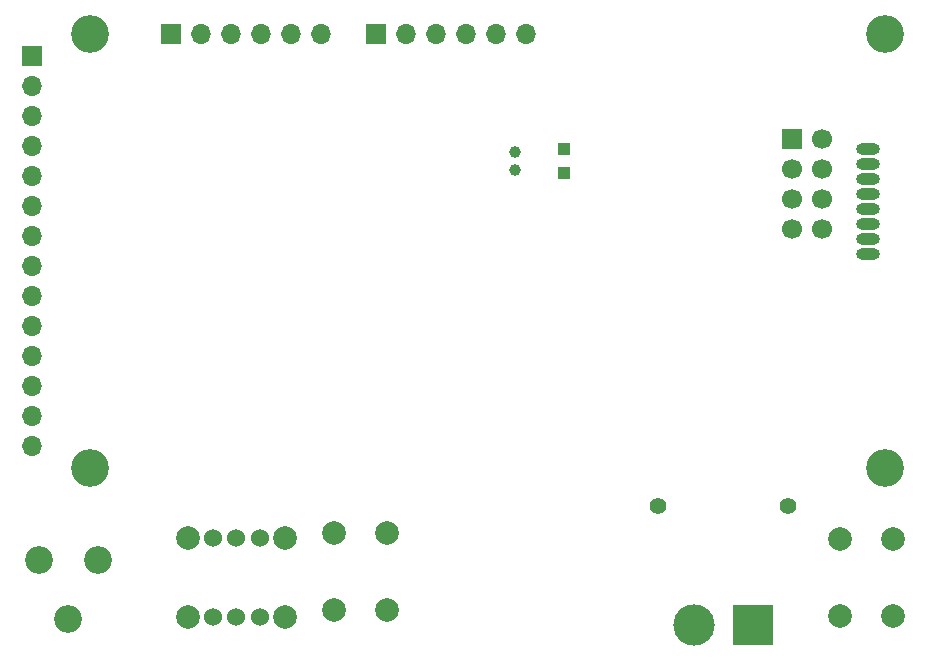
<source format=gbr>
%TF.GenerationSoftware,KiCad,Pcbnew,(6.0.7)*%
%TF.CreationDate,2023-01-25T23:34:06+01:00*%
%TF.ProjectId,TFT_RF_1.0,5446545f-5246-45f3-912e-302e6b696361,rev?*%
%TF.SameCoordinates,Original*%
%TF.FileFunction,Soldermask,Bot*%
%TF.FilePolarity,Negative*%
%FSLAX46Y46*%
G04 Gerber Fmt 4.6, Leading zero omitted, Abs format (unit mm)*
G04 Created by KiCad (PCBNEW (6.0.7)) date 2023-01-25 23:34:06*
%MOMM*%
%LPD*%
G01*
G04 APERTURE LIST*
%ADD10R,1.700000X1.700000*%
%ADD11C,1.700000*%
%ADD12O,1.700000X1.700000*%
%ADD13C,2.340000*%
%ADD14C,2.000000*%
%ADD15C,1.524000*%
%ADD16C,3.200000*%
%ADD17O,2.000000X1.000000*%
%ADD18C,1.000000*%
%ADD19R,1.000000X1.000000*%
%ADD20C,1.400000*%
%ADD21R,3.500000X3.500000*%
%ADD22C,3.500000*%
G04 APERTURE END LIST*
D10*
%TO.C,U4*%
X67300000Y-13920000D03*
D11*
X69840000Y-13920000D03*
X67300000Y-16460000D03*
X69840000Y-16460000D03*
X67300000Y-19000000D03*
X69840000Y-19000000D03*
X67300000Y-21540000D03*
X69840000Y-21540000D03*
%TD*%
D10*
%TO.C,J4*%
X3000000Y-6850000D03*
D12*
X3000000Y-9390000D03*
X3000000Y-11930000D03*
X3000000Y-14470000D03*
X3000000Y-17010000D03*
X3000000Y-19550000D03*
X3000000Y-22090000D03*
X3000000Y-24630000D03*
X3000000Y-27170000D03*
X3000000Y-29710000D03*
X3000000Y-32250000D03*
X3000000Y-34790000D03*
X3000000Y-37330000D03*
X3000000Y-39870000D03*
%TD*%
D13*
%TO.C,RV1*%
X8575000Y-49500000D03*
X6075000Y-54500000D03*
X3575000Y-49500000D03*
%TD*%
D14*
%TO.C,SW4*%
X24400000Y-47695000D03*
X16200000Y-47695000D03*
D15*
X18350000Y-47645000D03*
X20300000Y-47695000D03*
X22300000Y-47695000D03*
%TD*%
D16*
%TO.C,H1*%
X7920000Y-5000000D03*
%TD*%
D17*
%TO.C,J1*%
X73800000Y-14700000D03*
X73800000Y-15970000D03*
X73800000Y-17240000D03*
X73800000Y-18510000D03*
X73800000Y-19780000D03*
X73800000Y-21050000D03*
X73800000Y-22320000D03*
X73800000Y-23590000D03*
%TD*%
D16*
%TO.C,H4*%
X75180000Y-41720000D03*
%TD*%
D18*
%TO.C,Y1*%
X43875000Y-16500000D03*
X43875000Y-15000000D03*
D19*
X48025000Y-14750000D03*
X48025000Y-16750000D03*
%TD*%
D10*
%TO.C,J5*%
X14750000Y-5000000D03*
D12*
X17290000Y-5000000D03*
X19830000Y-5000000D03*
X22370000Y-5000000D03*
X24910000Y-5000000D03*
X27450000Y-5000000D03*
%TD*%
D20*
%TO.C,XT30PW1*%
X56000000Y-45000000D03*
X67000000Y-45000000D03*
D21*
X64000000Y-55000000D03*
D22*
X59000000Y-55000000D03*
%TD*%
D14*
%TO.C,SW1*%
X16200000Y-54400000D03*
X24400000Y-54400000D03*
D15*
X18350000Y-54350000D03*
X20300000Y-54400000D03*
X22300000Y-54400000D03*
%TD*%
D14*
%TO.C,SW2*%
X28550000Y-47250000D03*
X28550000Y-53750000D03*
X33050000Y-47250000D03*
X33050000Y-53750000D03*
%TD*%
D16*
%TO.C,H3*%
X7920000Y-41720000D03*
%TD*%
D14*
%TO.C,SW3*%
X71375000Y-54250000D03*
X71375000Y-47750000D03*
X75875000Y-54250000D03*
X75875000Y-47750000D03*
%TD*%
D10*
%TO.C,J3*%
X32100000Y-5030000D03*
D12*
X34640000Y-5030000D03*
X37180000Y-5030000D03*
X39720000Y-5030000D03*
X42260000Y-5030000D03*
X44800000Y-5030000D03*
%TD*%
D16*
%TO.C,H2*%
X75180000Y-5000000D03*
%TD*%
M02*

</source>
